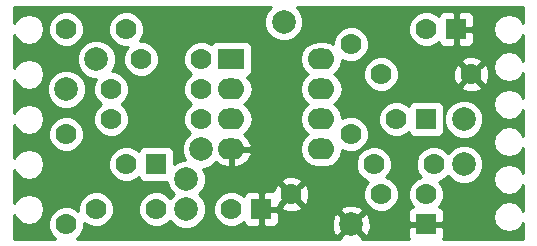
<source format=gtl>
G04 #@! TF.FileFunction,Copper,L1,Top,Signal*
%FSLAX46Y46*%
G04 Gerber Fmt 4.6, Leading zero omitted, Abs format (unit mm)*
G04 Created by KiCad (PCBNEW (2014-10-31 BZR 5247)-product) date sam. 01 nov. 2014 21:35:31 CET*
%MOMM*%
G01*
G04 APERTURE LIST*
%ADD10C,0.100000*%
%ADD11C,1.778000*%
%ADD12R,1.778000X1.778000*%
%ADD13R,2.286000X1.778000*%
%ADD14O,2.286000X1.778000*%
%ADD15C,1.998980*%
%ADD16C,0.254000*%
G04 APERTURE END LIST*
D10*
D11*
X134620000Y-57150000D03*
D12*
X137160000Y-57150000D03*
D11*
X137160000Y-60960000D03*
X132080000Y-60960000D03*
X135890000Y-48260000D03*
X140970000Y-48260000D03*
X155575000Y-57150000D03*
X160655000Y-57150000D03*
X134620000Y-45720000D03*
X129540000Y-45720000D03*
X157480000Y-53340000D03*
D12*
X160020000Y-53340000D03*
D11*
X160020000Y-59690000D03*
D12*
X160020000Y-62230000D03*
D11*
X160020000Y-45720000D03*
D12*
X162560000Y-45720000D03*
D11*
X143510000Y-60960000D03*
D12*
X146050000Y-60960000D03*
D11*
X140970000Y-53340000D03*
X133350000Y-53340000D03*
X133350000Y-50800000D03*
X140970000Y-50800000D03*
X156210000Y-49530000D03*
X163830000Y-49530000D03*
X129540000Y-54610000D03*
X129540000Y-62230000D03*
X153670000Y-46990000D03*
X153670000Y-54610000D03*
X156210000Y-59690000D03*
X148590000Y-59690000D03*
D13*
X143510000Y-48260000D03*
D14*
X143510000Y-50800000D03*
X143510000Y-53340000D03*
X143510000Y-55880000D03*
X151130000Y-55880000D03*
X151130000Y-53340000D03*
X151130000Y-50800000D03*
X151130000Y-48260000D03*
D15*
X139700000Y-58420000D03*
X139700000Y-60960000D03*
X140970000Y-55880000D03*
X163195000Y-57150000D03*
X129540000Y-50800000D03*
X132080000Y-48260000D03*
X163195000Y-53340000D03*
X147955000Y-45085000D03*
X153670000Y-62230000D03*
D16*
G36*
X168225000Y-63450000D02*
X165365516Y-63450000D01*
X165365516Y-49768035D01*
X165339723Y-49162300D01*
X165157539Y-48722467D01*
X164902196Y-48637409D01*
X164722591Y-48817014D01*
X164722591Y-48457804D01*
X164637533Y-48202461D01*
X164084000Y-48000314D01*
X164084000Y-46735310D01*
X164084000Y-46482691D01*
X164084000Y-46005750D01*
X164084000Y-45434250D01*
X164084000Y-44957309D01*
X164084000Y-44704690D01*
X163987327Y-44471301D01*
X163808698Y-44292673D01*
X163575309Y-44196000D01*
X162845750Y-44196000D01*
X162687000Y-44354750D01*
X162687000Y-45593000D01*
X163925250Y-45593000D01*
X164084000Y-45434250D01*
X164084000Y-46005750D01*
X163925250Y-45847000D01*
X162687000Y-45847000D01*
X162687000Y-47085250D01*
X162845750Y-47244000D01*
X163575309Y-47244000D01*
X163808698Y-47147327D01*
X163987327Y-46968699D01*
X164084000Y-46735310D01*
X164084000Y-48000314D01*
X164068035Y-47994484D01*
X163462300Y-48020277D01*
X163022467Y-48202461D01*
X162937409Y-48457804D01*
X163830000Y-49350395D01*
X164722591Y-48457804D01*
X164722591Y-48817014D01*
X164009605Y-49530000D01*
X164902196Y-50422591D01*
X165157539Y-50337533D01*
X165365516Y-49768035D01*
X165365516Y-63450000D01*
X164829774Y-63450000D01*
X164829774Y-56826306D01*
X164829774Y-53016306D01*
X164722591Y-52756903D01*
X164722591Y-50602196D01*
X163830000Y-49709605D01*
X163650395Y-49889210D01*
X163650395Y-49530000D01*
X162757804Y-48637409D01*
X162502461Y-48722467D01*
X162433000Y-48912670D01*
X162433000Y-47085250D01*
X162433000Y-45847000D01*
X162413000Y-45847000D01*
X162413000Y-45593000D01*
X162433000Y-45593000D01*
X162433000Y-44354750D01*
X162274250Y-44196000D01*
X161544691Y-44196000D01*
X161311302Y-44292673D01*
X161132673Y-44471301D01*
X161072317Y-44617011D01*
X160884404Y-44428769D01*
X160324472Y-44196265D01*
X159718188Y-44195736D01*
X159157851Y-44427262D01*
X158728769Y-44855596D01*
X158496265Y-45415528D01*
X158495736Y-46021812D01*
X158727262Y-46582149D01*
X159155596Y-47011231D01*
X159715528Y-47243735D01*
X160321812Y-47244264D01*
X160882149Y-47012738D01*
X161072291Y-46822926D01*
X161132673Y-46968699D01*
X161311302Y-47147327D01*
X161544691Y-47244000D01*
X162274250Y-47244000D01*
X162433000Y-47085250D01*
X162433000Y-48912670D01*
X162294484Y-49291965D01*
X162320277Y-49897700D01*
X162502461Y-50337533D01*
X162757804Y-50422591D01*
X163650395Y-49530000D01*
X163650395Y-49889210D01*
X162937409Y-50602196D01*
X163022467Y-50857539D01*
X163591965Y-51065516D01*
X164197700Y-51039723D01*
X164637533Y-50857539D01*
X164722591Y-50602196D01*
X164722591Y-52756903D01*
X164581462Y-52415345D01*
X164122073Y-51955154D01*
X163521547Y-51705794D01*
X162871306Y-51705226D01*
X162270345Y-51953538D01*
X161810154Y-52412927D01*
X161560794Y-53013453D01*
X161560226Y-53663694D01*
X161808538Y-54264655D01*
X162267927Y-54724846D01*
X162868453Y-54974206D01*
X163518694Y-54974774D01*
X164119655Y-54726462D01*
X164579846Y-54267073D01*
X164829206Y-53666547D01*
X164829774Y-53016306D01*
X164829774Y-56826306D01*
X164581462Y-56225345D01*
X164122073Y-55765154D01*
X163521547Y-55515794D01*
X162871306Y-55515226D01*
X162270345Y-55763538D01*
X161846604Y-56186540D01*
X161544000Y-55883407D01*
X161544000Y-54355310D01*
X161544000Y-54102691D01*
X161544000Y-52324691D01*
X161447327Y-52091302D01*
X161268699Y-51912673D01*
X161035310Y-51816000D01*
X160782691Y-51816000D01*
X159004691Y-51816000D01*
X158771302Y-51912673D01*
X158592673Y-52091301D01*
X158532317Y-52237011D01*
X158344404Y-52048769D01*
X157784472Y-51816265D01*
X157734264Y-51816221D01*
X157734264Y-49228188D01*
X157502738Y-48667851D01*
X157074404Y-48238769D01*
X156514472Y-48006265D01*
X155908188Y-48005736D01*
X155347851Y-48237262D01*
X154918769Y-48665596D01*
X154686265Y-49225528D01*
X154685736Y-49831812D01*
X154917262Y-50392149D01*
X155345596Y-50821231D01*
X155905528Y-51053735D01*
X156511812Y-51054264D01*
X157072149Y-50822738D01*
X157501231Y-50394404D01*
X157733735Y-49834472D01*
X157734264Y-49228188D01*
X157734264Y-51816221D01*
X157178188Y-51815736D01*
X156617851Y-52047262D01*
X156188769Y-52475596D01*
X155956265Y-53035528D01*
X155955736Y-53641812D01*
X156187262Y-54202149D01*
X156615596Y-54631231D01*
X157175528Y-54863735D01*
X157781812Y-54864264D01*
X158342149Y-54632738D01*
X158532292Y-54442926D01*
X158592673Y-54588698D01*
X158771301Y-54767327D01*
X159004690Y-54864000D01*
X159257309Y-54864000D01*
X161035309Y-54864000D01*
X161268698Y-54767327D01*
X161447327Y-54588699D01*
X161544000Y-54355310D01*
X161544000Y-55883407D01*
X161519404Y-55858769D01*
X160959472Y-55626265D01*
X160353188Y-55625736D01*
X159792851Y-55857262D01*
X159363769Y-56285596D01*
X159131265Y-56845528D01*
X159130736Y-57451812D01*
X159362262Y-58012149D01*
X159574746Y-58225004D01*
X159157851Y-58397262D01*
X158728769Y-58825596D01*
X158496265Y-59385528D01*
X158495736Y-59991812D01*
X158727262Y-60552149D01*
X158917073Y-60742291D01*
X158771301Y-60802673D01*
X158592673Y-60981302D01*
X158496000Y-61214691D01*
X158496000Y-61944250D01*
X158654750Y-62103000D01*
X159893000Y-62103000D01*
X159893000Y-62083000D01*
X160147000Y-62083000D01*
X160147000Y-62103000D01*
X161385250Y-62103000D01*
X161544000Y-61944250D01*
X161544000Y-61214691D01*
X161447327Y-60981302D01*
X161268699Y-60802673D01*
X161122988Y-60742317D01*
X161311231Y-60554404D01*
X161543735Y-59994472D01*
X161544264Y-59388188D01*
X161312738Y-58827851D01*
X161100253Y-58614995D01*
X161517149Y-58442738D01*
X161847138Y-58113323D01*
X162267927Y-58534846D01*
X162868453Y-58784206D01*
X163518694Y-58784774D01*
X164119655Y-58536462D01*
X164579846Y-58077073D01*
X164829206Y-57476547D01*
X164829774Y-56826306D01*
X164829774Y-63450000D01*
X161459214Y-63450000D01*
X161544000Y-63245309D01*
X161544000Y-62515750D01*
X161385250Y-62357000D01*
X160147000Y-62357000D01*
X160147000Y-62377000D01*
X159893000Y-62377000D01*
X159893000Y-62357000D01*
X158654750Y-62357000D01*
X158496000Y-62515750D01*
X158496000Y-63245309D01*
X158580785Y-63450000D01*
X157734264Y-63450000D01*
X157734264Y-59388188D01*
X157502738Y-58827851D01*
X157074404Y-58398769D01*
X156655459Y-58224808D01*
X156866231Y-58014404D01*
X157098735Y-57454472D01*
X157099264Y-56848188D01*
X156867738Y-56287851D01*
X156439404Y-55858769D01*
X155879472Y-55626265D01*
X155273188Y-55625736D01*
X155194264Y-55658346D01*
X155194264Y-54308188D01*
X154962738Y-53747851D01*
X154534404Y-53318769D01*
X153974472Y-53086265D01*
X153368188Y-53085736D01*
X152928402Y-53267451D01*
X152826825Y-52756790D01*
X152496464Y-52262369D01*
X152208562Y-52070000D01*
X152496464Y-51877631D01*
X152826825Y-51383210D01*
X152942833Y-50800000D01*
X152826825Y-50216790D01*
X152496464Y-49722369D01*
X152208562Y-49530000D01*
X152496464Y-49337631D01*
X152826825Y-48843210D01*
X152928461Y-48332249D01*
X153365528Y-48513735D01*
X153971812Y-48514264D01*
X154532149Y-48282738D01*
X154961231Y-47854404D01*
X155193735Y-47294472D01*
X155194264Y-46688188D01*
X154962738Y-46127851D01*
X154534404Y-45698769D01*
X153974472Y-45466265D01*
X153368188Y-45465736D01*
X152807851Y-45697262D01*
X152378769Y-46125596D01*
X152146265Y-46685528D01*
X152146035Y-46948220D01*
X152002043Y-46852008D01*
X151418833Y-46736000D01*
X150841167Y-46736000D01*
X150257957Y-46852008D01*
X149763536Y-47182369D01*
X149433175Y-47676790D01*
X149317167Y-48260000D01*
X149433175Y-48843210D01*
X149763536Y-49337631D01*
X150051437Y-49530000D01*
X149763536Y-49722369D01*
X149433175Y-50216790D01*
X149317167Y-50800000D01*
X149433175Y-51383210D01*
X149763536Y-51877631D01*
X150051437Y-52070000D01*
X149763536Y-52262369D01*
X149433175Y-52756790D01*
X149317167Y-53340000D01*
X149433175Y-53923210D01*
X149763536Y-54417631D01*
X150051437Y-54610000D01*
X149763536Y-54802369D01*
X149433175Y-55296790D01*
X149317167Y-55880000D01*
X149433175Y-56463210D01*
X149763536Y-56957631D01*
X150257957Y-57287992D01*
X150841167Y-57404000D01*
X151418833Y-57404000D01*
X152002043Y-57287992D01*
X152496464Y-56957631D01*
X152826825Y-56463210D01*
X152928461Y-55952249D01*
X153365528Y-56133735D01*
X153971812Y-56134264D01*
X154532149Y-55902738D01*
X154961231Y-55474404D01*
X155193735Y-54914472D01*
X155194264Y-54308188D01*
X155194264Y-55658346D01*
X154712851Y-55857262D01*
X154283769Y-56285596D01*
X154051265Y-56845528D01*
X154050736Y-57451812D01*
X154282262Y-58012149D01*
X154710596Y-58441231D01*
X155129540Y-58615191D01*
X154918769Y-58825596D01*
X154686265Y-59385528D01*
X154685736Y-59991812D01*
X154917262Y-60552149D01*
X155345596Y-60981231D01*
X155905528Y-61213735D01*
X156511812Y-61214264D01*
X157072149Y-60982738D01*
X157501231Y-60554404D01*
X157733735Y-59994472D01*
X157734264Y-59388188D01*
X157734264Y-63450000D01*
X155315401Y-63450000D01*
X155315401Y-62494418D01*
X155291341Y-61844623D01*
X155088965Y-61356042D01*
X154822163Y-61257443D01*
X154642557Y-61437048D01*
X154642557Y-61077837D01*
X154543958Y-60811035D01*
X153934418Y-60584599D01*
X153284623Y-60608659D01*
X152796042Y-60811035D01*
X152697443Y-61077837D01*
X153670000Y-62050395D01*
X154642557Y-61077837D01*
X154642557Y-61437048D01*
X153849605Y-62230000D01*
X154822163Y-63202557D01*
X155088965Y-63103958D01*
X155315401Y-62494418D01*
X155315401Y-63450000D01*
X154617487Y-63450000D01*
X154642557Y-63382163D01*
X153670000Y-62409605D01*
X153490395Y-62589210D01*
X153490395Y-62230000D01*
X152517837Y-61257443D01*
X152251035Y-61356042D01*
X152024599Y-61965582D01*
X152048659Y-62615377D01*
X152251035Y-63103958D01*
X152517837Y-63202557D01*
X153490395Y-62230000D01*
X153490395Y-62589210D01*
X152697443Y-63382163D01*
X152722512Y-63450000D01*
X150125516Y-63450000D01*
X150125516Y-59928035D01*
X150099723Y-59322300D01*
X149917539Y-58882467D01*
X149662196Y-58797409D01*
X149482591Y-58977014D01*
X149482591Y-58617804D01*
X149397533Y-58362461D01*
X148828035Y-58154484D01*
X148222300Y-58180277D01*
X147782467Y-58362461D01*
X147697409Y-58617804D01*
X148590000Y-59510395D01*
X149482591Y-58617804D01*
X149482591Y-58977014D01*
X148769605Y-59690000D01*
X149662196Y-60582591D01*
X149917539Y-60497533D01*
X150125516Y-59928035D01*
X150125516Y-63450000D01*
X149482591Y-63450000D01*
X149482591Y-60762196D01*
X148590000Y-59869605D01*
X148410395Y-60049210D01*
X148410395Y-59690000D01*
X147517804Y-58797409D01*
X147262461Y-58882467D01*
X147060314Y-59436000D01*
X146335750Y-59436000D01*
X146177000Y-59594750D01*
X146177000Y-60833000D01*
X147415250Y-60833000D01*
X147574000Y-60674250D01*
X147574000Y-60526395D01*
X148410395Y-59690000D01*
X148410395Y-60049210D01*
X147697409Y-60762196D01*
X147782467Y-61017539D01*
X148351965Y-61225516D01*
X148957700Y-61199723D01*
X149397533Y-61017539D01*
X149482591Y-60762196D01*
X149482591Y-63450000D01*
X147574000Y-63450000D01*
X147574000Y-61975310D01*
X147574000Y-61722691D01*
X147574000Y-61245750D01*
X147415250Y-61087000D01*
X146177000Y-61087000D01*
X146177000Y-62325250D01*
X146335750Y-62484000D01*
X147065309Y-62484000D01*
X147298698Y-62387327D01*
X147477327Y-62208699D01*
X147574000Y-61975310D01*
X147574000Y-63450000D01*
X145923000Y-63450000D01*
X145923000Y-62325250D01*
X145923000Y-61087000D01*
X145903000Y-61087000D01*
X145903000Y-60833000D01*
X145923000Y-60833000D01*
X145923000Y-59594750D01*
X145764250Y-59436000D01*
X145322833Y-59436000D01*
X145322833Y-53340000D01*
X145206825Y-52756790D01*
X144876464Y-52262369D01*
X144588562Y-52070000D01*
X144876464Y-51877631D01*
X145206825Y-51383210D01*
X145322833Y-50800000D01*
X145206825Y-50216790D01*
X144887657Y-49739120D01*
X145012698Y-49687327D01*
X145191327Y-49508699D01*
X145288000Y-49275310D01*
X145288000Y-49022691D01*
X145288000Y-47244691D01*
X145191327Y-47011302D01*
X145012699Y-46832673D01*
X144779310Y-46736000D01*
X144526691Y-46736000D01*
X142240691Y-46736000D01*
X142007302Y-46832673D01*
X141852788Y-46987185D01*
X141834404Y-46968769D01*
X141274472Y-46736265D01*
X140668188Y-46735736D01*
X140107851Y-46967262D01*
X139678769Y-47395596D01*
X139446265Y-47955528D01*
X139445736Y-48561812D01*
X139677262Y-49122149D01*
X140084737Y-49530335D01*
X139678769Y-49935596D01*
X139446265Y-50495528D01*
X139445736Y-51101812D01*
X139677262Y-51662149D01*
X140084737Y-52070335D01*
X139678769Y-52475596D01*
X139446265Y-53035528D01*
X139445736Y-53641812D01*
X139677262Y-54202149D01*
X140006676Y-54532138D01*
X139585154Y-54952927D01*
X139335794Y-55553453D01*
X139335226Y-56203694D01*
X139575582Y-56785400D01*
X139376306Y-56785226D01*
X138775345Y-57033538D01*
X138684000Y-57124723D01*
X138684000Y-56134691D01*
X138587327Y-55901302D01*
X138408699Y-55722673D01*
X138175310Y-55626000D01*
X137922691Y-55626000D01*
X137414264Y-55626000D01*
X137414264Y-47958188D01*
X137182738Y-47397851D01*
X136754404Y-46968769D01*
X136194472Y-46736265D01*
X135759485Y-46735885D01*
X135911231Y-46584404D01*
X136143735Y-46024472D01*
X136144264Y-45418188D01*
X135912738Y-44857851D01*
X135484404Y-44428769D01*
X134924472Y-44196265D01*
X134318188Y-44195736D01*
X133757851Y-44427262D01*
X133328769Y-44855596D01*
X133096265Y-45415528D01*
X133095736Y-46021812D01*
X133327262Y-46582149D01*
X133755596Y-47011231D01*
X134315528Y-47243735D01*
X134750514Y-47244114D01*
X134598769Y-47395596D01*
X134366265Y-47955528D01*
X134365736Y-48561812D01*
X134597262Y-49122149D01*
X135025596Y-49551231D01*
X135585528Y-49783735D01*
X136191812Y-49784264D01*
X136752149Y-49552738D01*
X137181231Y-49124404D01*
X137413735Y-48564472D01*
X137414264Y-47958188D01*
X137414264Y-55626000D01*
X136144691Y-55626000D01*
X135911302Y-55722673D01*
X135732673Y-55901301D01*
X135672317Y-56047011D01*
X135484404Y-55858769D01*
X134924472Y-55626265D01*
X134874264Y-55626221D01*
X134874264Y-53038188D01*
X134642738Y-52477851D01*
X134235262Y-52069664D01*
X134641231Y-51664404D01*
X134873735Y-51104472D01*
X134874264Y-50498188D01*
X134642738Y-49937851D01*
X134214404Y-49508769D01*
X133654472Y-49276265D01*
X133375741Y-49276021D01*
X133464846Y-49187073D01*
X133714206Y-48586547D01*
X133714774Y-47936306D01*
X133466462Y-47335345D01*
X133007073Y-46875154D01*
X132406547Y-46625794D01*
X131756306Y-46625226D01*
X131155345Y-46873538D01*
X131064264Y-46964460D01*
X131064264Y-45418188D01*
X130832738Y-44857851D01*
X130404404Y-44428769D01*
X129844472Y-44196265D01*
X129238188Y-44195736D01*
X128677851Y-44427262D01*
X128248769Y-44855596D01*
X128016265Y-45415528D01*
X128015736Y-46021812D01*
X128247262Y-46582149D01*
X128675596Y-47011231D01*
X129235528Y-47243735D01*
X129841812Y-47244264D01*
X130402149Y-47012738D01*
X130831231Y-46584404D01*
X131063735Y-46024472D01*
X131064264Y-45418188D01*
X131064264Y-46964460D01*
X130695154Y-47332927D01*
X130445794Y-47933453D01*
X130445226Y-48583694D01*
X130693538Y-49184655D01*
X131152927Y-49644846D01*
X131753453Y-49894206D01*
X132099928Y-49894508D01*
X132058769Y-49935596D01*
X131826265Y-50495528D01*
X131825736Y-51101812D01*
X132057262Y-51662149D01*
X132464737Y-52070335D01*
X132058769Y-52475596D01*
X131826265Y-53035528D01*
X131825736Y-53641812D01*
X132057262Y-54202149D01*
X132485596Y-54631231D01*
X133045528Y-54863735D01*
X133651812Y-54864264D01*
X134212149Y-54632738D01*
X134641231Y-54204404D01*
X134873735Y-53644472D01*
X134874264Y-53038188D01*
X134874264Y-55626221D01*
X134318188Y-55625736D01*
X133757851Y-55857262D01*
X133328769Y-56285596D01*
X133096265Y-56845528D01*
X133095736Y-57451812D01*
X133327262Y-58012149D01*
X133755596Y-58441231D01*
X134315528Y-58673735D01*
X134921812Y-58674264D01*
X135482149Y-58442738D01*
X135672292Y-58252926D01*
X135732673Y-58398698D01*
X135911301Y-58577327D01*
X136144690Y-58674000D01*
X136397309Y-58674000D01*
X138065286Y-58674000D01*
X138065226Y-58743694D01*
X138313538Y-59344655D01*
X138658480Y-59690199D01*
X138351604Y-59996540D01*
X138024404Y-59668769D01*
X137464472Y-59436265D01*
X136858188Y-59435736D01*
X136297851Y-59667262D01*
X135868769Y-60095596D01*
X135636265Y-60655528D01*
X135635736Y-61261812D01*
X135867262Y-61822149D01*
X136295596Y-62251231D01*
X136855528Y-62483735D01*
X137461812Y-62484264D01*
X138022149Y-62252738D01*
X138352138Y-61923323D01*
X138772927Y-62344846D01*
X139373453Y-62594206D01*
X140023694Y-62594774D01*
X140624655Y-62346462D01*
X141084846Y-61887073D01*
X141334206Y-61286547D01*
X141334774Y-60636306D01*
X141086462Y-60035345D01*
X140741519Y-59689800D01*
X141084846Y-59347073D01*
X141334206Y-58746547D01*
X141334774Y-58096306D01*
X141094417Y-57514599D01*
X141293694Y-57514774D01*
X141894655Y-57266462D01*
X142202864Y-56958789D01*
X142555458Y-57239392D01*
X143129000Y-57404000D01*
X143383000Y-57404000D01*
X143383000Y-56007000D01*
X143363000Y-56007000D01*
X143363000Y-55753000D01*
X143383000Y-55753000D01*
X143383000Y-55733000D01*
X143637000Y-55733000D01*
X143637000Y-55753000D01*
X145123330Y-55753000D01*
X145244134Y-55516987D01*
X145220593Y-55414122D01*
X144931433Y-54892171D01*
X144582205Y-54614247D01*
X144876464Y-54417631D01*
X145206825Y-53923210D01*
X145322833Y-53340000D01*
X145322833Y-59436000D01*
X145244134Y-59436000D01*
X145244134Y-56243013D01*
X145123330Y-56007000D01*
X143637000Y-56007000D01*
X143637000Y-57404000D01*
X143891000Y-57404000D01*
X144464542Y-57239392D01*
X144931433Y-56867829D01*
X145220593Y-56345878D01*
X145244134Y-56243013D01*
X145244134Y-59436000D01*
X145034691Y-59436000D01*
X144801302Y-59532673D01*
X144622673Y-59711301D01*
X144562317Y-59857011D01*
X144374404Y-59668769D01*
X143814472Y-59436265D01*
X143208188Y-59435736D01*
X142647851Y-59667262D01*
X142218769Y-60095596D01*
X141986265Y-60655528D01*
X141985736Y-61261812D01*
X142217262Y-61822149D01*
X142645596Y-62251231D01*
X143205528Y-62483735D01*
X143811812Y-62484264D01*
X144372149Y-62252738D01*
X144562291Y-62062926D01*
X144622673Y-62208699D01*
X144801302Y-62387327D01*
X145034691Y-62484000D01*
X145764250Y-62484000D01*
X145923000Y-62325250D01*
X145923000Y-63450000D01*
X130475014Y-63450000D01*
X130831231Y-63094404D01*
X131063735Y-62534472D01*
X131064114Y-62099485D01*
X131215596Y-62251231D01*
X131775528Y-62483735D01*
X132381812Y-62484264D01*
X132942149Y-62252738D01*
X133371231Y-61824404D01*
X133603735Y-61264472D01*
X133604264Y-60658188D01*
X133372738Y-60097851D01*
X132944404Y-59668769D01*
X132384472Y-59436265D01*
X131778188Y-59435736D01*
X131217851Y-59667262D01*
X131174774Y-59710263D01*
X131174774Y-50476306D01*
X130926462Y-49875345D01*
X130467073Y-49415154D01*
X129866547Y-49165794D01*
X129216306Y-49165226D01*
X128615345Y-49413538D01*
X128155154Y-49872927D01*
X127905794Y-50473453D01*
X127905226Y-51123694D01*
X128153538Y-51724655D01*
X128612927Y-52184846D01*
X129213453Y-52434206D01*
X129863694Y-52434774D01*
X130464655Y-52186462D01*
X130924846Y-51727073D01*
X131174206Y-51126547D01*
X131174774Y-50476306D01*
X131174774Y-59710263D01*
X131064264Y-59820581D01*
X131064264Y-54308188D01*
X130832738Y-53747851D01*
X130404404Y-53318769D01*
X129844472Y-53086265D01*
X129238188Y-53085736D01*
X128677851Y-53317262D01*
X128248769Y-53745596D01*
X128016265Y-54305528D01*
X128015736Y-54911812D01*
X128247262Y-55472149D01*
X128675596Y-55901231D01*
X129235528Y-56133735D01*
X129841812Y-56134264D01*
X130402149Y-55902738D01*
X130831231Y-55474404D01*
X131063735Y-54914472D01*
X131064264Y-54308188D01*
X131064264Y-59820581D01*
X130788769Y-60095596D01*
X130556265Y-60655528D01*
X130555885Y-61090514D01*
X130404404Y-60938769D01*
X129844472Y-60706265D01*
X129238188Y-60705736D01*
X128677851Y-60937262D01*
X128248769Y-61365596D01*
X128016265Y-61925528D01*
X128015736Y-62531812D01*
X128247262Y-63092149D01*
X128604489Y-63450000D01*
X125145000Y-63450000D01*
X125145000Y-61462733D01*
X125145479Y-61465142D01*
X125431619Y-61893381D01*
X125859858Y-62179521D01*
X126365000Y-62280000D01*
X126870142Y-62179521D01*
X127298381Y-61893381D01*
X127584521Y-61465142D01*
X127685000Y-60960000D01*
X127584521Y-60454858D01*
X127298381Y-60026619D01*
X126870142Y-59740479D01*
X126365000Y-59640000D01*
X125859858Y-59740479D01*
X125431619Y-60026619D01*
X125145479Y-60454858D01*
X125145000Y-60457266D01*
X125145000Y-57652733D01*
X125145479Y-57655142D01*
X125431619Y-58083381D01*
X125859858Y-58369521D01*
X126365000Y-58470000D01*
X126870142Y-58369521D01*
X127298381Y-58083381D01*
X127584521Y-57655142D01*
X127685000Y-57150000D01*
X127584521Y-56644858D01*
X127298381Y-56216619D01*
X126870142Y-55930479D01*
X126365000Y-55830000D01*
X125859858Y-55930479D01*
X125431619Y-56216619D01*
X125145479Y-56644858D01*
X125145000Y-56647266D01*
X125145000Y-53842733D01*
X125145479Y-53845142D01*
X125431619Y-54273381D01*
X125859858Y-54559521D01*
X126365000Y-54660000D01*
X126870142Y-54559521D01*
X127298381Y-54273381D01*
X127584521Y-53845142D01*
X127685000Y-53340000D01*
X127584521Y-52834858D01*
X127298381Y-52406619D01*
X126870142Y-52120479D01*
X126365000Y-52020000D01*
X125859858Y-52120479D01*
X125431619Y-52406619D01*
X125145479Y-52834858D01*
X125145000Y-52837266D01*
X125145000Y-50032733D01*
X125145479Y-50035142D01*
X125431619Y-50463381D01*
X125859858Y-50749521D01*
X126365000Y-50850000D01*
X126870142Y-50749521D01*
X127298381Y-50463381D01*
X127584521Y-50035142D01*
X127685000Y-49530000D01*
X127584521Y-49024858D01*
X127298381Y-48596619D01*
X126870142Y-48310479D01*
X126365000Y-48210000D01*
X125859858Y-48310479D01*
X125431619Y-48596619D01*
X125145479Y-49024858D01*
X125145000Y-49027266D01*
X125145000Y-46222733D01*
X125145479Y-46225142D01*
X125431619Y-46653381D01*
X125859858Y-46939521D01*
X126365000Y-47040000D01*
X126870142Y-46939521D01*
X127298381Y-46653381D01*
X127584521Y-46225142D01*
X127685000Y-45720000D01*
X127584521Y-45214858D01*
X127298381Y-44786619D01*
X126870142Y-44500479D01*
X126365000Y-44400000D01*
X125859858Y-44500479D01*
X125431619Y-44786619D01*
X125145479Y-45214858D01*
X125145000Y-45217266D01*
X125145000Y-43865000D01*
X146863592Y-43865000D01*
X146570154Y-44157927D01*
X146320794Y-44758453D01*
X146320226Y-45408694D01*
X146568538Y-46009655D01*
X147027927Y-46469846D01*
X147628453Y-46719206D01*
X148278694Y-46719774D01*
X148879655Y-46471462D01*
X149339846Y-46012073D01*
X149589206Y-45411547D01*
X149589774Y-44761306D01*
X149341462Y-44160345D01*
X149046631Y-43865000D01*
X168225000Y-43865000D01*
X168225000Y-45217266D01*
X168224521Y-45214858D01*
X167938381Y-44786619D01*
X167510142Y-44500479D01*
X167005000Y-44400000D01*
X166499858Y-44500479D01*
X166071619Y-44786619D01*
X165785479Y-45214858D01*
X165685000Y-45720000D01*
X165785479Y-46225142D01*
X166071619Y-46653381D01*
X166499858Y-46939521D01*
X167005000Y-47040000D01*
X167510142Y-46939521D01*
X167938381Y-46653381D01*
X168224521Y-46225142D01*
X168225000Y-46222733D01*
X168225000Y-48392266D01*
X168224521Y-48389858D01*
X167938381Y-47961619D01*
X167510142Y-47675479D01*
X167005000Y-47575000D01*
X166499858Y-47675479D01*
X166071619Y-47961619D01*
X165785479Y-48389858D01*
X165685000Y-48895000D01*
X165785479Y-49400142D01*
X166071619Y-49828381D01*
X166499858Y-50114521D01*
X167005000Y-50215000D01*
X167510142Y-50114521D01*
X167938381Y-49828381D01*
X168224521Y-49400142D01*
X168225000Y-49397733D01*
X168225000Y-51567266D01*
X168224521Y-51564858D01*
X167938381Y-51136619D01*
X167510142Y-50850479D01*
X167005000Y-50750000D01*
X166499858Y-50850479D01*
X166071619Y-51136619D01*
X165785479Y-51564858D01*
X165685000Y-52070000D01*
X165785479Y-52575142D01*
X166071619Y-53003381D01*
X166499858Y-53289521D01*
X167005000Y-53390000D01*
X167510142Y-53289521D01*
X167938381Y-53003381D01*
X168224521Y-52575142D01*
X168225000Y-52572733D01*
X168225000Y-54742266D01*
X168224521Y-54739858D01*
X167938381Y-54311619D01*
X167510142Y-54025479D01*
X167005000Y-53925000D01*
X166499858Y-54025479D01*
X166071619Y-54311619D01*
X165785479Y-54739858D01*
X165685000Y-55245000D01*
X165785479Y-55750142D01*
X166071619Y-56178381D01*
X166499858Y-56464521D01*
X167005000Y-56565000D01*
X167510142Y-56464521D01*
X167938381Y-56178381D01*
X168224521Y-55750142D01*
X168225000Y-55747733D01*
X168225000Y-57917266D01*
X168224521Y-57914858D01*
X167938381Y-57486619D01*
X167510142Y-57200479D01*
X167005000Y-57100000D01*
X166499858Y-57200479D01*
X166071619Y-57486619D01*
X165785479Y-57914858D01*
X165685000Y-58420000D01*
X165785479Y-58925142D01*
X166071619Y-59353381D01*
X166499858Y-59639521D01*
X167005000Y-59740000D01*
X167510142Y-59639521D01*
X167938381Y-59353381D01*
X168224521Y-58925142D01*
X168225000Y-58922733D01*
X168225000Y-61092266D01*
X168224521Y-61089858D01*
X167938381Y-60661619D01*
X167510142Y-60375479D01*
X167005000Y-60275000D01*
X166499858Y-60375479D01*
X166071619Y-60661619D01*
X165785479Y-61089858D01*
X165685000Y-61595000D01*
X165785479Y-62100142D01*
X166071619Y-62528381D01*
X166499858Y-62814521D01*
X167005000Y-62915000D01*
X167510142Y-62814521D01*
X167938381Y-62528381D01*
X168224521Y-62100142D01*
X168225000Y-62097733D01*
X168225000Y-63450000D01*
X168225000Y-63450000D01*
G37*
X168225000Y-63450000D02*
X165365516Y-63450000D01*
X165365516Y-49768035D01*
X165339723Y-49162300D01*
X165157539Y-48722467D01*
X164902196Y-48637409D01*
X164722591Y-48817014D01*
X164722591Y-48457804D01*
X164637533Y-48202461D01*
X164084000Y-48000314D01*
X164084000Y-46735310D01*
X164084000Y-46482691D01*
X164084000Y-46005750D01*
X164084000Y-45434250D01*
X164084000Y-44957309D01*
X164084000Y-44704690D01*
X163987327Y-44471301D01*
X163808698Y-44292673D01*
X163575309Y-44196000D01*
X162845750Y-44196000D01*
X162687000Y-44354750D01*
X162687000Y-45593000D01*
X163925250Y-45593000D01*
X164084000Y-45434250D01*
X164084000Y-46005750D01*
X163925250Y-45847000D01*
X162687000Y-45847000D01*
X162687000Y-47085250D01*
X162845750Y-47244000D01*
X163575309Y-47244000D01*
X163808698Y-47147327D01*
X163987327Y-46968699D01*
X164084000Y-46735310D01*
X164084000Y-48000314D01*
X164068035Y-47994484D01*
X163462300Y-48020277D01*
X163022467Y-48202461D01*
X162937409Y-48457804D01*
X163830000Y-49350395D01*
X164722591Y-48457804D01*
X164722591Y-48817014D01*
X164009605Y-49530000D01*
X164902196Y-50422591D01*
X165157539Y-50337533D01*
X165365516Y-49768035D01*
X165365516Y-63450000D01*
X164829774Y-63450000D01*
X164829774Y-56826306D01*
X164829774Y-53016306D01*
X164722591Y-52756903D01*
X164722591Y-50602196D01*
X163830000Y-49709605D01*
X163650395Y-49889210D01*
X163650395Y-49530000D01*
X162757804Y-48637409D01*
X162502461Y-48722467D01*
X162433000Y-48912670D01*
X162433000Y-47085250D01*
X162433000Y-45847000D01*
X162413000Y-45847000D01*
X162413000Y-45593000D01*
X162433000Y-45593000D01*
X162433000Y-44354750D01*
X162274250Y-44196000D01*
X161544691Y-44196000D01*
X161311302Y-44292673D01*
X161132673Y-44471301D01*
X161072317Y-44617011D01*
X160884404Y-44428769D01*
X160324472Y-44196265D01*
X159718188Y-44195736D01*
X159157851Y-44427262D01*
X158728769Y-44855596D01*
X158496265Y-45415528D01*
X158495736Y-46021812D01*
X158727262Y-46582149D01*
X159155596Y-47011231D01*
X159715528Y-47243735D01*
X160321812Y-47244264D01*
X160882149Y-47012738D01*
X161072291Y-46822926D01*
X161132673Y-46968699D01*
X161311302Y-47147327D01*
X161544691Y-47244000D01*
X162274250Y-47244000D01*
X162433000Y-47085250D01*
X162433000Y-48912670D01*
X162294484Y-49291965D01*
X162320277Y-49897700D01*
X162502461Y-50337533D01*
X162757804Y-50422591D01*
X163650395Y-49530000D01*
X163650395Y-49889210D01*
X162937409Y-50602196D01*
X163022467Y-50857539D01*
X163591965Y-51065516D01*
X164197700Y-51039723D01*
X164637533Y-50857539D01*
X164722591Y-50602196D01*
X164722591Y-52756903D01*
X164581462Y-52415345D01*
X164122073Y-51955154D01*
X163521547Y-51705794D01*
X162871306Y-51705226D01*
X162270345Y-51953538D01*
X161810154Y-52412927D01*
X161560794Y-53013453D01*
X161560226Y-53663694D01*
X161808538Y-54264655D01*
X162267927Y-54724846D01*
X162868453Y-54974206D01*
X163518694Y-54974774D01*
X164119655Y-54726462D01*
X164579846Y-54267073D01*
X164829206Y-53666547D01*
X164829774Y-53016306D01*
X164829774Y-56826306D01*
X164581462Y-56225345D01*
X164122073Y-55765154D01*
X163521547Y-55515794D01*
X162871306Y-55515226D01*
X162270345Y-55763538D01*
X161846604Y-56186540D01*
X161544000Y-55883407D01*
X161544000Y-54355310D01*
X161544000Y-54102691D01*
X161544000Y-52324691D01*
X161447327Y-52091302D01*
X161268699Y-51912673D01*
X161035310Y-51816000D01*
X160782691Y-51816000D01*
X159004691Y-51816000D01*
X158771302Y-51912673D01*
X158592673Y-52091301D01*
X158532317Y-52237011D01*
X158344404Y-52048769D01*
X157784472Y-51816265D01*
X157734264Y-51816221D01*
X157734264Y-49228188D01*
X157502738Y-48667851D01*
X157074404Y-48238769D01*
X156514472Y-48006265D01*
X155908188Y-48005736D01*
X155347851Y-48237262D01*
X154918769Y-48665596D01*
X154686265Y-49225528D01*
X154685736Y-49831812D01*
X154917262Y-50392149D01*
X155345596Y-50821231D01*
X155905528Y-51053735D01*
X156511812Y-51054264D01*
X157072149Y-50822738D01*
X157501231Y-50394404D01*
X157733735Y-49834472D01*
X157734264Y-49228188D01*
X157734264Y-51816221D01*
X157178188Y-51815736D01*
X156617851Y-52047262D01*
X156188769Y-52475596D01*
X155956265Y-53035528D01*
X155955736Y-53641812D01*
X156187262Y-54202149D01*
X156615596Y-54631231D01*
X157175528Y-54863735D01*
X157781812Y-54864264D01*
X158342149Y-54632738D01*
X158532292Y-54442926D01*
X158592673Y-54588698D01*
X158771301Y-54767327D01*
X159004690Y-54864000D01*
X159257309Y-54864000D01*
X161035309Y-54864000D01*
X161268698Y-54767327D01*
X161447327Y-54588699D01*
X161544000Y-54355310D01*
X161544000Y-55883407D01*
X161519404Y-55858769D01*
X160959472Y-55626265D01*
X160353188Y-55625736D01*
X159792851Y-55857262D01*
X159363769Y-56285596D01*
X159131265Y-56845528D01*
X159130736Y-57451812D01*
X159362262Y-58012149D01*
X159574746Y-58225004D01*
X159157851Y-58397262D01*
X158728769Y-58825596D01*
X158496265Y-59385528D01*
X158495736Y-59991812D01*
X158727262Y-60552149D01*
X158917073Y-60742291D01*
X158771301Y-60802673D01*
X158592673Y-60981302D01*
X158496000Y-61214691D01*
X158496000Y-61944250D01*
X158654750Y-62103000D01*
X159893000Y-62103000D01*
X159893000Y-62083000D01*
X160147000Y-62083000D01*
X160147000Y-62103000D01*
X161385250Y-62103000D01*
X161544000Y-61944250D01*
X161544000Y-61214691D01*
X161447327Y-60981302D01*
X161268699Y-60802673D01*
X161122988Y-60742317D01*
X161311231Y-60554404D01*
X161543735Y-59994472D01*
X161544264Y-59388188D01*
X161312738Y-58827851D01*
X161100253Y-58614995D01*
X161517149Y-58442738D01*
X161847138Y-58113323D01*
X162267927Y-58534846D01*
X162868453Y-58784206D01*
X163518694Y-58784774D01*
X164119655Y-58536462D01*
X164579846Y-58077073D01*
X164829206Y-57476547D01*
X164829774Y-56826306D01*
X164829774Y-63450000D01*
X161459214Y-63450000D01*
X161544000Y-63245309D01*
X161544000Y-62515750D01*
X161385250Y-62357000D01*
X160147000Y-62357000D01*
X160147000Y-62377000D01*
X159893000Y-62377000D01*
X159893000Y-62357000D01*
X158654750Y-62357000D01*
X158496000Y-62515750D01*
X158496000Y-63245309D01*
X158580785Y-63450000D01*
X157734264Y-63450000D01*
X157734264Y-59388188D01*
X157502738Y-58827851D01*
X157074404Y-58398769D01*
X156655459Y-58224808D01*
X156866231Y-58014404D01*
X157098735Y-57454472D01*
X157099264Y-56848188D01*
X156867738Y-56287851D01*
X156439404Y-55858769D01*
X155879472Y-55626265D01*
X155273188Y-55625736D01*
X155194264Y-55658346D01*
X155194264Y-54308188D01*
X154962738Y-53747851D01*
X154534404Y-53318769D01*
X153974472Y-53086265D01*
X153368188Y-53085736D01*
X152928402Y-53267451D01*
X152826825Y-52756790D01*
X152496464Y-52262369D01*
X152208562Y-52070000D01*
X152496464Y-51877631D01*
X152826825Y-51383210D01*
X152942833Y-50800000D01*
X152826825Y-50216790D01*
X152496464Y-49722369D01*
X152208562Y-49530000D01*
X152496464Y-49337631D01*
X152826825Y-48843210D01*
X152928461Y-48332249D01*
X153365528Y-48513735D01*
X153971812Y-48514264D01*
X154532149Y-48282738D01*
X154961231Y-47854404D01*
X155193735Y-47294472D01*
X155194264Y-46688188D01*
X154962738Y-46127851D01*
X154534404Y-45698769D01*
X153974472Y-45466265D01*
X153368188Y-45465736D01*
X152807851Y-45697262D01*
X152378769Y-46125596D01*
X152146265Y-46685528D01*
X152146035Y-46948220D01*
X152002043Y-46852008D01*
X151418833Y-46736000D01*
X150841167Y-46736000D01*
X150257957Y-46852008D01*
X149763536Y-47182369D01*
X149433175Y-47676790D01*
X149317167Y-48260000D01*
X149433175Y-48843210D01*
X149763536Y-49337631D01*
X150051437Y-49530000D01*
X149763536Y-49722369D01*
X149433175Y-50216790D01*
X149317167Y-50800000D01*
X149433175Y-51383210D01*
X149763536Y-51877631D01*
X150051437Y-52070000D01*
X149763536Y-52262369D01*
X149433175Y-52756790D01*
X149317167Y-53340000D01*
X149433175Y-53923210D01*
X149763536Y-54417631D01*
X150051437Y-54610000D01*
X149763536Y-54802369D01*
X149433175Y-55296790D01*
X149317167Y-55880000D01*
X149433175Y-56463210D01*
X149763536Y-56957631D01*
X150257957Y-57287992D01*
X150841167Y-57404000D01*
X151418833Y-57404000D01*
X152002043Y-57287992D01*
X152496464Y-56957631D01*
X152826825Y-56463210D01*
X152928461Y-55952249D01*
X153365528Y-56133735D01*
X153971812Y-56134264D01*
X154532149Y-55902738D01*
X154961231Y-55474404D01*
X155193735Y-54914472D01*
X155194264Y-54308188D01*
X155194264Y-55658346D01*
X154712851Y-55857262D01*
X154283769Y-56285596D01*
X154051265Y-56845528D01*
X154050736Y-57451812D01*
X154282262Y-58012149D01*
X154710596Y-58441231D01*
X155129540Y-58615191D01*
X154918769Y-58825596D01*
X154686265Y-59385528D01*
X154685736Y-59991812D01*
X154917262Y-60552149D01*
X155345596Y-60981231D01*
X155905528Y-61213735D01*
X156511812Y-61214264D01*
X157072149Y-60982738D01*
X157501231Y-60554404D01*
X157733735Y-59994472D01*
X157734264Y-59388188D01*
X157734264Y-63450000D01*
X155315401Y-63450000D01*
X155315401Y-62494418D01*
X155291341Y-61844623D01*
X155088965Y-61356042D01*
X154822163Y-61257443D01*
X154642557Y-61437048D01*
X154642557Y-61077837D01*
X154543958Y-60811035D01*
X153934418Y-60584599D01*
X153284623Y-60608659D01*
X152796042Y-60811035D01*
X152697443Y-61077837D01*
X153670000Y-62050395D01*
X154642557Y-61077837D01*
X154642557Y-61437048D01*
X153849605Y-62230000D01*
X154822163Y-63202557D01*
X155088965Y-63103958D01*
X155315401Y-62494418D01*
X155315401Y-63450000D01*
X154617487Y-63450000D01*
X154642557Y-63382163D01*
X153670000Y-62409605D01*
X153490395Y-62589210D01*
X153490395Y-62230000D01*
X152517837Y-61257443D01*
X152251035Y-61356042D01*
X152024599Y-61965582D01*
X152048659Y-62615377D01*
X152251035Y-63103958D01*
X152517837Y-63202557D01*
X153490395Y-62230000D01*
X153490395Y-62589210D01*
X152697443Y-63382163D01*
X152722512Y-63450000D01*
X150125516Y-63450000D01*
X150125516Y-59928035D01*
X150099723Y-59322300D01*
X149917539Y-58882467D01*
X149662196Y-58797409D01*
X149482591Y-58977014D01*
X149482591Y-58617804D01*
X149397533Y-58362461D01*
X148828035Y-58154484D01*
X148222300Y-58180277D01*
X147782467Y-58362461D01*
X147697409Y-58617804D01*
X148590000Y-59510395D01*
X149482591Y-58617804D01*
X149482591Y-58977014D01*
X148769605Y-59690000D01*
X149662196Y-60582591D01*
X149917539Y-60497533D01*
X150125516Y-59928035D01*
X150125516Y-63450000D01*
X149482591Y-63450000D01*
X149482591Y-60762196D01*
X148590000Y-59869605D01*
X148410395Y-60049210D01*
X148410395Y-59690000D01*
X147517804Y-58797409D01*
X147262461Y-58882467D01*
X147060314Y-59436000D01*
X146335750Y-59436000D01*
X146177000Y-59594750D01*
X146177000Y-60833000D01*
X147415250Y-60833000D01*
X147574000Y-60674250D01*
X147574000Y-60526395D01*
X148410395Y-59690000D01*
X148410395Y-60049210D01*
X147697409Y-60762196D01*
X147782467Y-61017539D01*
X148351965Y-61225516D01*
X148957700Y-61199723D01*
X149397533Y-61017539D01*
X149482591Y-60762196D01*
X149482591Y-63450000D01*
X147574000Y-63450000D01*
X147574000Y-61975310D01*
X147574000Y-61722691D01*
X147574000Y-61245750D01*
X147415250Y-61087000D01*
X146177000Y-61087000D01*
X146177000Y-62325250D01*
X146335750Y-62484000D01*
X147065309Y-62484000D01*
X147298698Y-62387327D01*
X147477327Y-62208699D01*
X147574000Y-61975310D01*
X147574000Y-63450000D01*
X145923000Y-63450000D01*
X145923000Y-62325250D01*
X145923000Y-61087000D01*
X145903000Y-61087000D01*
X145903000Y-60833000D01*
X145923000Y-60833000D01*
X145923000Y-59594750D01*
X145764250Y-59436000D01*
X145322833Y-59436000D01*
X145322833Y-53340000D01*
X145206825Y-52756790D01*
X144876464Y-52262369D01*
X144588562Y-52070000D01*
X144876464Y-51877631D01*
X145206825Y-51383210D01*
X145322833Y-50800000D01*
X145206825Y-50216790D01*
X144887657Y-49739120D01*
X145012698Y-49687327D01*
X145191327Y-49508699D01*
X145288000Y-49275310D01*
X145288000Y-49022691D01*
X145288000Y-47244691D01*
X145191327Y-47011302D01*
X145012699Y-46832673D01*
X144779310Y-46736000D01*
X144526691Y-46736000D01*
X142240691Y-46736000D01*
X142007302Y-46832673D01*
X141852788Y-46987185D01*
X141834404Y-46968769D01*
X141274472Y-46736265D01*
X140668188Y-46735736D01*
X140107851Y-46967262D01*
X139678769Y-47395596D01*
X139446265Y-47955528D01*
X139445736Y-48561812D01*
X139677262Y-49122149D01*
X140084737Y-49530335D01*
X139678769Y-49935596D01*
X139446265Y-50495528D01*
X139445736Y-51101812D01*
X139677262Y-51662149D01*
X140084737Y-52070335D01*
X139678769Y-52475596D01*
X139446265Y-53035528D01*
X139445736Y-53641812D01*
X139677262Y-54202149D01*
X140006676Y-54532138D01*
X139585154Y-54952927D01*
X139335794Y-55553453D01*
X139335226Y-56203694D01*
X139575582Y-56785400D01*
X139376306Y-56785226D01*
X138775345Y-57033538D01*
X138684000Y-57124723D01*
X138684000Y-56134691D01*
X138587327Y-55901302D01*
X138408699Y-55722673D01*
X138175310Y-55626000D01*
X137922691Y-55626000D01*
X137414264Y-55626000D01*
X137414264Y-47958188D01*
X137182738Y-47397851D01*
X136754404Y-46968769D01*
X136194472Y-46736265D01*
X135759485Y-46735885D01*
X135911231Y-46584404D01*
X136143735Y-46024472D01*
X136144264Y-45418188D01*
X135912738Y-44857851D01*
X135484404Y-44428769D01*
X134924472Y-44196265D01*
X134318188Y-44195736D01*
X133757851Y-44427262D01*
X133328769Y-44855596D01*
X133096265Y-45415528D01*
X133095736Y-46021812D01*
X133327262Y-46582149D01*
X133755596Y-47011231D01*
X134315528Y-47243735D01*
X134750514Y-47244114D01*
X134598769Y-47395596D01*
X134366265Y-47955528D01*
X134365736Y-48561812D01*
X134597262Y-49122149D01*
X135025596Y-49551231D01*
X135585528Y-49783735D01*
X136191812Y-49784264D01*
X136752149Y-49552738D01*
X137181231Y-49124404D01*
X137413735Y-48564472D01*
X137414264Y-47958188D01*
X137414264Y-55626000D01*
X136144691Y-55626000D01*
X135911302Y-55722673D01*
X135732673Y-55901301D01*
X135672317Y-56047011D01*
X135484404Y-55858769D01*
X134924472Y-55626265D01*
X134874264Y-55626221D01*
X134874264Y-53038188D01*
X134642738Y-52477851D01*
X134235262Y-52069664D01*
X134641231Y-51664404D01*
X134873735Y-51104472D01*
X134874264Y-50498188D01*
X134642738Y-49937851D01*
X134214404Y-49508769D01*
X133654472Y-49276265D01*
X133375741Y-49276021D01*
X133464846Y-49187073D01*
X133714206Y-48586547D01*
X133714774Y-47936306D01*
X133466462Y-47335345D01*
X133007073Y-46875154D01*
X132406547Y-46625794D01*
X131756306Y-46625226D01*
X131155345Y-46873538D01*
X131064264Y-46964460D01*
X131064264Y-45418188D01*
X130832738Y-44857851D01*
X130404404Y-44428769D01*
X129844472Y-44196265D01*
X129238188Y-44195736D01*
X128677851Y-44427262D01*
X128248769Y-44855596D01*
X128016265Y-45415528D01*
X128015736Y-46021812D01*
X128247262Y-46582149D01*
X128675596Y-47011231D01*
X129235528Y-47243735D01*
X129841812Y-47244264D01*
X130402149Y-47012738D01*
X130831231Y-46584404D01*
X131063735Y-46024472D01*
X131064264Y-45418188D01*
X131064264Y-46964460D01*
X130695154Y-47332927D01*
X130445794Y-47933453D01*
X130445226Y-48583694D01*
X130693538Y-49184655D01*
X131152927Y-49644846D01*
X131753453Y-49894206D01*
X132099928Y-49894508D01*
X132058769Y-49935596D01*
X131826265Y-50495528D01*
X131825736Y-51101812D01*
X132057262Y-51662149D01*
X132464737Y-52070335D01*
X132058769Y-52475596D01*
X131826265Y-53035528D01*
X131825736Y-53641812D01*
X132057262Y-54202149D01*
X132485596Y-54631231D01*
X133045528Y-54863735D01*
X133651812Y-54864264D01*
X134212149Y-54632738D01*
X134641231Y-54204404D01*
X134873735Y-53644472D01*
X134874264Y-53038188D01*
X134874264Y-55626221D01*
X134318188Y-55625736D01*
X133757851Y-55857262D01*
X133328769Y-56285596D01*
X133096265Y-56845528D01*
X133095736Y-57451812D01*
X133327262Y-58012149D01*
X133755596Y-58441231D01*
X134315528Y-58673735D01*
X134921812Y-58674264D01*
X135482149Y-58442738D01*
X135672292Y-58252926D01*
X135732673Y-58398698D01*
X135911301Y-58577327D01*
X136144690Y-58674000D01*
X136397309Y-58674000D01*
X138065286Y-58674000D01*
X138065226Y-58743694D01*
X138313538Y-59344655D01*
X138658480Y-59690199D01*
X138351604Y-59996540D01*
X138024404Y-59668769D01*
X137464472Y-59436265D01*
X136858188Y-59435736D01*
X136297851Y-59667262D01*
X135868769Y-60095596D01*
X135636265Y-60655528D01*
X135635736Y-61261812D01*
X135867262Y-61822149D01*
X136295596Y-62251231D01*
X136855528Y-62483735D01*
X137461812Y-62484264D01*
X138022149Y-62252738D01*
X138352138Y-61923323D01*
X138772927Y-62344846D01*
X139373453Y-62594206D01*
X140023694Y-62594774D01*
X140624655Y-62346462D01*
X141084846Y-61887073D01*
X141334206Y-61286547D01*
X141334774Y-60636306D01*
X141086462Y-60035345D01*
X140741519Y-59689800D01*
X141084846Y-59347073D01*
X141334206Y-58746547D01*
X141334774Y-58096306D01*
X141094417Y-57514599D01*
X141293694Y-57514774D01*
X141894655Y-57266462D01*
X142202864Y-56958789D01*
X142555458Y-57239392D01*
X143129000Y-57404000D01*
X143383000Y-57404000D01*
X143383000Y-56007000D01*
X143363000Y-56007000D01*
X143363000Y-55753000D01*
X143383000Y-55753000D01*
X143383000Y-55733000D01*
X143637000Y-55733000D01*
X143637000Y-55753000D01*
X145123330Y-55753000D01*
X145244134Y-55516987D01*
X145220593Y-55414122D01*
X144931433Y-54892171D01*
X144582205Y-54614247D01*
X144876464Y-54417631D01*
X145206825Y-53923210D01*
X145322833Y-53340000D01*
X145322833Y-59436000D01*
X145244134Y-59436000D01*
X145244134Y-56243013D01*
X145123330Y-56007000D01*
X143637000Y-56007000D01*
X143637000Y-57404000D01*
X143891000Y-57404000D01*
X144464542Y-57239392D01*
X144931433Y-56867829D01*
X145220593Y-56345878D01*
X145244134Y-56243013D01*
X145244134Y-59436000D01*
X145034691Y-59436000D01*
X144801302Y-59532673D01*
X144622673Y-59711301D01*
X144562317Y-59857011D01*
X144374404Y-59668769D01*
X143814472Y-59436265D01*
X143208188Y-59435736D01*
X142647851Y-59667262D01*
X142218769Y-60095596D01*
X141986265Y-60655528D01*
X141985736Y-61261812D01*
X142217262Y-61822149D01*
X142645596Y-62251231D01*
X143205528Y-62483735D01*
X143811812Y-62484264D01*
X144372149Y-62252738D01*
X144562291Y-62062926D01*
X144622673Y-62208699D01*
X144801302Y-62387327D01*
X145034691Y-62484000D01*
X145764250Y-62484000D01*
X145923000Y-62325250D01*
X145923000Y-63450000D01*
X130475014Y-63450000D01*
X130831231Y-63094404D01*
X131063735Y-62534472D01*
X131064114Y-62099485D01*
X131215596Y-62251231D01*
X131775528Y-62483735D01*
X132381812Y-62484264D01*
X132942149Y-62252738D01*
X133371231Y-61824404D01*
X133603735Y-61264472D01*
X133604264Y-60658188D01*
X133372738Y-60097851D01*
X132944404Y-59668769D01*
X132384472Y-59436265D01*
X131778188Y-59435736D01*
X131217851Y-59667262D01*
X131174774Y-59710263D01*
X131174774Y-50476306D01*
X130926462Y-49875345D01*
X130467073Y-49415154D01*
X129866547Y-49165794D01*
X129216306Y-49165226D01*
X128615345Y-49413538D01*
X128155154Y-49872927D01*
X127905794Y-50473453D01*
X127905226Y-51123694D01*
X128153538Y-51724655D01*
X128612927Y-52184846D01*
X129213453Y-52434206D01*
X129863694Y-52434774D01*
X130464655Y-52186462D01*
X130924846Y-51727073D01*
X131174206Y-51126547D01*
X131174774Y-50476306D01*
X131174774Y-59710263D01*
X131064264Y-59820581D01*
X131064264Y-54308188D01*
X130832738Y-53747851D01*
X130404404Y-53318769D01*
X129844472Y-53086265D01*
X129238188Y-53085736D01*
X128677851Y-53317262D01*
X128248769Y-53745596D01*
X128016265Y-54305528D01*
X128015736Y-54911812D01*
X128247262Y-55472149D01*
X128675596Y-55901231D01*
X129235528Y-56133735D01*
X129841812Y-56134264D01*
X130402149Y-55902738D01*
X130831231Y-55474404D01*
X131063735Y-54914472D01*
X131064264Y-54308188D01*
X131064264Y-59820581D01*
X130788769Y-60095596D01*
X130556265Y-60655528D01*
X130555885Y-61090514D01*
X130404404Y-60938769D01*
X129844472Y-60706265D01*
X129238188Y-60705736D01*
X128677851Y-60937262D01*
X128248769Y-61365596D01*
X128016265Y-61925528D01*
X128015736Y-62531812D01*
X128247262Y-63092149D01*
X128604489Y-63450000D01*
X125145000Y-63450000D01*
X125145000Y-61462733D01*
X125145479Y-61465142D01*
X125431619Y-61893381D01*
X125859858Y-62179521D01*
X126365000Y-62280000D01*
X126870142Y-62179521D01*
X127298381Y-61893381D01*
X127584521Y-61465142D01*
X127685000Y-60960000D01*
X127584521Y-60454858D01*
X127298381Y-60026619D01*
X126870142Y-59740479D01*
X126365000Y-59640000D01*
X125859858Y-59740479D01*
X125431619Y-60026619D01*
X125145479Y-60454858D01*
X125145000Y-60457266D01*
X125145000Y-57652733D01*
X125145479Y-57655142D01*
X125431619Y-58083381D01*
X125859858Y-58369521D01*
X126365000Y-58470000D01*
X126870142Y-58369521D01*
X127298381Y-58083381D01*
X127584521Y-57655142D01*
X127685000Y-57150000D01*
X127584521Y-56644858D01*
X127298381Y-56216619D01*
X126870142Y-55930479D01*
X126365000Y-55830000D01*
X125859858Y-55930479D01*
X125431619Y-56216619D01*
X125145479Y-56644858D01*
X125145000Y-56647266D01*
X125145000Y-53842733D01*
X125145479Y-53845142D01*
X125431619Y-54273381D01*
X125859858Y-54559521D01*
X126365000Y-54660000D01*
X126870142Y-54559521D01*
X127298381Y-54273381D01*
X127584521Y-53845142D01*
X127685000Y-53340000D01*
X127584521Y-52834858D01*
X127298381Y-52406619D01*
X126870142Y-52120479D01*
X126365000Y-52020000D01*
X125859858Y-52120479D01*
X125431619Y-52406619D01*
X125145479Y-52834858D01*
X125145000Y-52837266D01*
X125145000Y-50032733D01*
X125145479Y-50035142D01*
X125431619Y-50463381D01*
X125859858Y-50749521D01*
X126365000Y-50850000D01*
X126870142Y-50749521D01*
X127298381Y-50463381D01*
X127584521Y-50035142D01*
X127685000Y-49530000D01*
X127584521Y-49024858D01*
X127298381Y-48596619D01*
X126870142Y-48310479D01*
X126365000Y-48210000D01*
X125859858Y-48310479D01*
X125431619Y-48596619D01*
X125145479Y-49024858D01*
X125145000Y-49027266D01*
X125145000Y-46222733D01*
X125145479Y-46225142D01*
X125431619Y-46653381D01*
X125859858Y-46939521D01*
X126365000Y-47040000D01*
X126870142Y-46939521D01*
X127298381Y-46653381D01*
X127584521Y-46225142D01*
X127685000Y-45720000D01*
X127584521Y-45214858D01*
X127298381Y-44786619D01*
X126870142Y-44500479D01*
X126365000Y-44400000D01*
X125859858Y-44500479D01*
X125431619Y-44786619D01*
X125145479Y-45214858D01*
X125145000Y-45217266D01*
X125145000Y-43865000D01*
X146863592Y-43865000D01*
X146570154Y-44157927D01*
X146320794Y-44758453D01*
X146320226Y-45408694D01*
X146568538Y-46009655D01*
X147027927Y-46469846D01*
X147628453Y-46719206D01*
X148278694Y-46719774D01*
X148879655Y-46471462D01*
X149339846Y-46012073D01*
X149589206Y-45411547D01*
X149589774Y-44761306D01*
X149341462Y-44160345D01*
X149046631Y-43865000D01*
X168225000Y-43865000D01*
X168225000Y-45217266D01*
X168224521Y-45214858D01*
X167938381Y-44786619D01*
X167510142Y-44500479D01*
X167005000Y-44400000D01*
X166499858Y-44500479D01*
X166071619Y-44786619D01*
X165785479Y-45214858D01*
X165685000Y-45720000D01*
X165785479Y-46225142D01*
X166071619Y-46653381D01*
X166499858Y-46939521D01*
X167005000Y-47040000D01*
X167510142Y-46939521D01*
X167938381Y-46653381D01*
X168224521Y-46225142D01*
X168225000Y-46222733D01*
X168225000Y-48392266D01*
X168224521Y-48389858D01*
X167938381Y-47961619D01*
X167510142Y-47675479D01*
X167005000Y-47575000D01*
X166499858Y-47675479D01*
X166071619Y-47961619D01*
X165785479Y-48389858D01*
X165685000Y-48895000D01*
X165785479Y-49400142D01*
X166071619Y-49828381D01*
X166499858Y-50114521D01*
X167005000Y-50215000D01*
X167510142Y-50114521D01*
X167938381Y-49828381D01*
X168224521Y-49400142D01*
X168225000Y-49397733D01*
X168225000Y-51567266D01*
X168224521Y-51564858D01*
X167938381Y-51136619D01*
X167510142Y-50850479D01*
X167005000Y-50750000D01*
X166499858Y-50850479D01*
X166071619Y-51136619D01*
X165785479Y-51564858D01*
X165685000Y-52070000D01*
X165785479Y-52575142D01*
X166071619Y-53003381D01*
X166499858Y-53289521D01*
X167005000Y-53390000D01*
X167510142Y-53289521D01*
X167938381Y-53003381D01*
X168224521Y-52575142D01*
X168225000Y-52572733D01*
X168225000Y-54742266D01*
X168224521Y-54739858D01*
X167938381Y-54311619D01*
X167510142Y-54025479D01*
X167005000Y-53925000D01*
X166499858Y-54025479D01*
X166071619Y-54311619D01*
X165785479Y-54739858D01*
X165685000Y-55245000D01*
X165785479Y-55750142D01*
X166071619Y-56178381D01*
X166499858Y-56464521D01*
X167005000Y-56565000D01*
X167510142Y-56464521D01*
X167938381Y-56178381D01*
X168224521Y-55750142D01*
X168225000Y-55747733D01*
X168225000Y-57917266D01*
X168224521Y-57914858D01*
X167938381Y-57486619D01*
X167510142Y-57200479D01*
X167005000Y-57100000D01*
X166499858Y-57200479D01*
X166071619Y-57486619D01*
X165785479Y-57914858D01*
X165685000Y-58420000D01*
X165785479Y-58925142D01*
X166071619Y-59353381D01*
X166499858Y-59639521D01*
X167005000Y-59740000D01*
X167510142Y-59639521D01*
X167938381Y-59353381D01*
X168224521Y-58925142D01*
X168225000Y-58922733D01*
X168225000Y-61092266D01*
X168224521Y-61089858D01*
X167938381Y-60661619D01*
X167510142Y-60375479D01*
X167005000Y-60275000D01*
X166499858Y-60375479D01*
X166071619Y-60661619D01*
X165785479Y-61089858D01*
X165685000Y-61595000D01*
X165785479Y-62100142D01*
X166071619Y-62528381D01*
X166499858Y-62814521D01*
X167005000Y-62915000D01*
X167510142Y-62814521D01*
X167938381Y-62528381D01*
X168224521Y-62100142D01*
X168225000Y-62097733D01*
X168225000Y-63450000D01*
M02*

</source>
